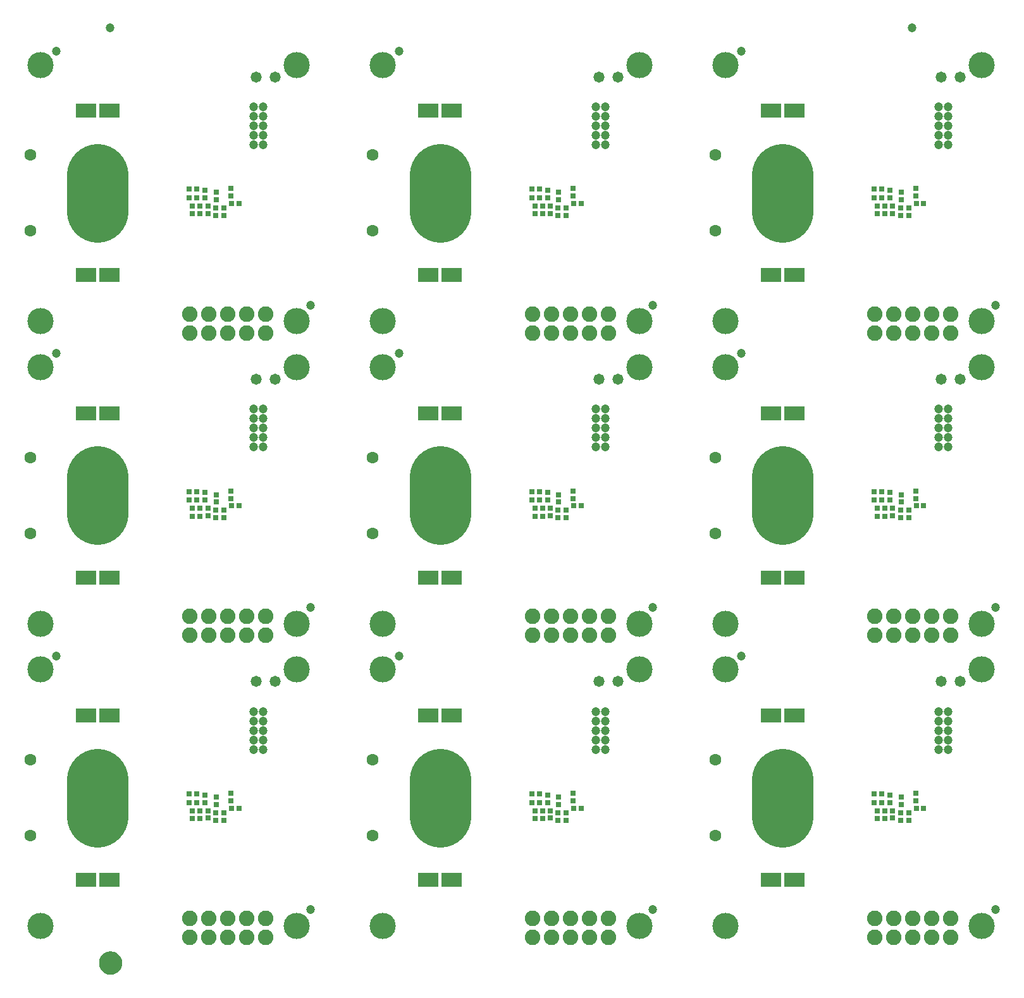
<source format=gbs>
G75*
%MOIN*%
%OFA0B0*%
%FSLAX25Y25*%
%IPPOS*%
%LPD*%
%AMOC8*
5,1,8,0,0,1.08239X$1,22.5*
%
%ADD10C,0.06312*%
%ADD11R,0.03162X0.03162*%
%ADD12C,0.04737*%
%ADD13R,0.10800X0.07800*%
%ADD14C,0.32296*%
%ADD15C,0.13800*%
%ADD16C,0.08200*%
%ADD17C,0.05800*%
%ADD18C,0.05000*%
%ADD19C,0.06706*%
D10*
X0055656Y0087240D03*
X0055656Y0127240D03*
X0055656Y0246720D03*
X0055656Y0286720D03*
X0055656Y0406201D03*
X0055656Y0446201D03*
X0236136Y0446201D03*
X0236136Y0406201D03*
X0236136Y0286720D03*
X0236136Y0246720D03*
X0236136Y0127240D03*
X0236136Y0087240D03*
X0416616Y0087240D03*
X0416616Y0127240D03*
X0416616Y0246720D03*
X0416616Y0286720D03*
X0416616Y0406201D03*
X0416616Y0446201D03*
D11*
X0345978Y0420689D03*
X0342041Y0420689D03*
X0341787Y0424626D03*
X0341787Y0428563D03*
X0334067Y0426601D03*
X0334067Y0422664D03*
X0333774Y0418327D03*
X0333774Y0414390D03*
X0329640Y0415471D03*
X0329640Y0419408D03*
X0325506Y0419311D03*
X0321569Y0419311D03*
X0321569Y0415177D03*
X0325506Y0415177D03*
X0338104Y0414390D03*
X0338104Y0418327D03*
X0328193Y0423732D03*
X0328193Y0427669D03*
X0323831Y0428169D03*
X0319894Y0428169D03*
X0319888Y0423642D03*
X0323825Y0423642D03*
X0165498Y0420689D03*
X0161561Y0420689D03*
X0161307Y0424626D03*
X0161307Y0428563D03*
X0153587Y0426601D03*
X0153587Y0422664D03*
X0153293Y0418327D03*
X0153293Y0414390D03*
X0149159Y0415471D03*
X0149159Y0419408D03*
X0145026Y0419311D03*
X0141089Y0419311D03*
X0141089Y0415177D03*
X0145026Y0415177D03*
X0143344Y0423642D03*
X0139407Y0423642D03*
X0139414Y0428169D03*
X0143351Y0428169D03*
X0147712Y0427669D03*
X0147712Y0423732D03*
X0157624Y0418327D03*
X0157624Y0414390D03*
X0161307Y0269083D03*
X0161307Y0265146D03*
X0161561Y0261209D03*
X0165498Y0261209D03*
X0157624Y0258846D03*
X0157624Y0254909D03*
X0153293Y0254909D03*
X0153293Y0258846D03*
X0149159Y0259928D03*
X0149159Y0255991D03*
X0145026Y0255697D03*
X0141089Y0255697D03*
X0141089Y0259831D03*
X0145026Y0259831D03*
X0143344Y0264161D03*
X0139407Y0264161D03*
X0139414Y0268689D03*
X0143351Y0268689D03*
X0147712Y0268189D03*
X0147712Y0264252D03*
X0153587Y0263183D03*
X0153587Y0267120D03*
X0319894Y0268689D03*
X0323831Y0268689D03*
X0328193Y0268189D03*
X0328193Y0264252D03*
X0323825Y0264161D03*
X0319888Y0264161D03*
X0321569Y0259831D03*
X0325506Y0259831D03*
X0325506Y0255697D03*
X0321569Y0255697D03*
X0329640Y0255991D03*
X0329640Y0259928D03*
X0333774Y0258846D03*
X0333774Y0254909D03*
X0338104Y0254909D03*
X0338104Y0258846D03*
X0342041Y0261209D03*
X0345978Y0261209D03*
X0341787Y0265146D03*
X0341787Y0269083D03*
X0334067Y0267120D03*
X0334067Y0263183D03*
X0500368Y0264161D03*
X0504305Y0264161D03*
X0508673Y0264252D03*
X0508673Y0268189D03*
X0504311Y0268689D03*
X0500374Y0268689D03*
X0502049Y0259831D03*
X0505986Y0259831D03*
X0505986Y0255697D03*
X0502049Y0255697D03*
X0510120Y0255991D03*
X0510120Y0259928D03*
X0514254Y0258846D03*
X0514254Y0254909D03*
X0518585Y0254909D03*
X0518585Y0258846D03*
X0522522Y0261209D03*
X0526459Y0261209D03*
X0522267Y0265146D03*
X0522267Y0269083D03*
X0514548Y0267120D03*
X0514548Y0263183D03*
X0514254Y0414390D03*
X0514254Y0418327D03*
X0510120Y0419408D03*
X0510120Y0415471D03*
X0505986Y0415177D03*
X0502049Y0415177D03*
X0502049Y0419311D03*
X0505986Y0419311D03*
X0504305Y0423642D03*
X0500368Y0423642D03*
X0500374Y0428169D03*
X0504311Y0428169D03*
X0508673Y0427669D03*
X0508673Y0423732D03*
X0514548Y0422664D03*
X0514548Y0426601D03*
X0522267Y0428563D03*
X0522267Y0424626D03*
X0522522Y0420689D03*
X0526459Y0420689D03*
X0518585Y0418327D03*
X0518585Y0414390D03*
X0522267Y0109602D03*
X0522267Y0105665D03*
X0522522Y0101728D03*
X0526459Y0101728D03*
X0518585Y0099366D03*
X0518585Y0095429D03*
X0514254Y0095429D03*
X0514254Y0099366D03*
X0510120Y0100447D03*
X0510120Y0096510D03*
X0505986Y0096217D03*
X0502049Y0096217D03*
X0502049Y0100350D03*
X0505986Y0100350D03*
X0504305Y0104681D03*
X0500368Y0104681D03*
X0500374Y0109209D03*
X0504311Y0109209D03*
X0508673Y0108709D03*
X0508673Y0104772D03*
X0514548Y0103703D03*
X0514548Y0107640D03*
X0345978Y0101728D03*
X0342041Y0101728D03*
X0341787Y0105665D03*
X0341787Y0109602D03*
X0334067Y0107640D03*
X0334067Y0103703D03*
X0333774Y0099366D03*
X0333774Y0095429D03*
X0329640Y0096510D03*
X0329640Y0100447D03*
X0325506Y0100350D03*
X0321569Y0100350D03*
X0321569Y0096217D03*
X0325506Y0096217D03*
X0323825Y0104681D03*
X0319888Y0104681D03*
X0319894Y0109209D03*
X0323831Y0109209D03*
X0328193Y0108709D03*
X0328193Y0104772D03*
X0338104Y0099366D03*
X0338104Y0095429D03*
X0165498Y0101728D03*
X0161561Y0101728D03*
X0161307Y0105665D03*
X0161307Y0109602D03*
X0153587Y0107640D03*
X0153587Y0103703D03*
X0153293Y0099366D03*
X0153293Y0095429D03*
X0149159Y0096510D03*
X0149159Y0100447D03*
X0145026Y0100350D03*
X0141089Y0100350D03*
X0141089Y0096217D03*
X0145026Y0096217D03*
X0143344Y0104681D03*
X0139407Y0104681D03*
X0139414Y0109209D03*
X0143351Y0109209D03*
X0147712Y0108709D03*
X0147712Y0104772D03*
X0157624Y0099366D03*
X0157624Y0095429D03*
D12*
X0173234Y0132673D03*
X0173234Y0137673D03*
X0173234Y0142673D03*
X0173234Y0147673D03*
X0173234Y0152673D03*
X0178234Y0152673D03*
X0178234Y0147673D03*
X0178234Y0142673D03*
X0178234Y0137673D03*
X0178234Y0132673D03*
X0249915Y0182043D03*
X0203293Y0207665D03*
X0178234Y0292154D03*
X0178234Y0297154D03*
X0178234Y0302154D03*
X0178234Y0307154D03*
X0178234Y0312154D03*
X0173234Y0312154D03*
X0173234Y0307154D03*
X0173234Y0302154D03*
X0173234Y0297154D03*
X0173234Y0292154D03*
X0249915Y0341524D03*
X0203293Y0367146D03*
X0178234Y0451634D03*
X0173234Y0451634D03*
X0173234Y0456634D03*
X0173234Y0461634D03*
X0173234Y0466634D03*
X0173234Y0471634D03*
X0178234Y0471634D03*
X0178234Y0466634D03*
X0178234Y0461634D03*
X0178234Y0456634D03*
X0249915Y0501004D03*
X0353715Y0471634D03*
X0358715Y0471634D03*
X0358715Y0466634D03*
X0358715Y0461634D03*
X0358715Y0456634D03*
X0358715Y0451634D03*
X0353715Y0451634D03*
X0353715Y0456634D03*
X0353715Y0461634D03*
X0353715Y0466634D03*
X0430396Y0501004D03*
X0520191Y0513191D03*
X0534195Y0471634D03*
X0539195Y0471634D03*
X0539195Y0466634D03*
X0534195Y0466634D03*
X0534195Y0461634D03*
X0539195Y0461634D03*
X0539195Y0456634D03*
X0534195Y0456634D03*
X0534195Y0451634D03*
X0539195Y0451634D03*
X0564254Y0367146D03*
X0539195Y0312154D03*
X0534195Y0312154D03*
X0534195Y0307154D03*
X0539195Y0307154D03*
X0539195Y0302154D03*
X0534195Y0302154D03*
X0534195Y0297154D03*
X0539195Y0297154D03*
X0539195Y0292154D03*
X0534195Y0292154D03*
X0430396Y0341524D03*
X0383774Y0367146D03*
X0358715Y0312154D03*
X0353715Y0312154D03*
X0353715Y0307154D03*
X0358715Y0307154D03*
X0358715Y0302154D03*
X0353715Y0302154D03*
X0353715Y0297154D03*
X0358715Y0297154D03*
X0358715Y0292154D03*
X0353715Y0292154D03*
X0383774Y0207665D03*
X0430396Y0182043D03*
X0358715Y0152673D03*
X0358715Y0147673D03*
X0358715Y0142673D03*
X0358715Y0137673D03*
X0358715Y0132673D03*
X0353715Y0132673D03*
X0353715Y0137673D03*
X0353715Y0142673D03*
X0353715Y0147673D03*
X0353715Y0152673D03*
X0383774Y0048185D03*
X0534195Y0132673D03*
X0539195Y0132673D03*
X0539195Y0137673D03*
X0534195Y0137673D03*
X0534195Y0142673D03*
X0539195Y0142673D03*
X0539195Y0147673D03*
X0534195Y0147673D03*
X0534195Y0152673D03*
X0539195Y0152673D03*
X0564254Y0207665D03*
X0564254Y0048185D03*
X0203293Y0048185D03*
X0069435Y0182043D03*
X0069435Y0341524D03*
X0069435Y0501004D03*
X0097750Y0513191D03*
D13*
X0097191Y0469508D03*
X0084986Y0469508D03*
X0084986Y0382894D03*
X0097191Y0382894D03*
X0097191Y0310028D03*
X0084986Y0310028D03*
X0084986Y0223413D03*
X0097191Y0223413D03*
X0097191Y0150547D03*
X0084986Y0150547D03*
X0084986Y0063933D03*
X0097191Y0063933D03*
X0265467Y0063933D03*
X0277671Y0063933D03*
X0277671Y0150547D03*
X0265467Y0150547D03*
X0265467Y0223413D03*
X0277671Y0223413D03*
X0277671Y0310028D03*
X0265467Y0310028D03*
X0265467Y0382894D03*
X0277671Y0382894D03*
X0277671Y0469508D03*
X0265467Y0469508D03*
X0445947Y0469508D03*
X0458152Y0469508D03*
X0458152Y0382894D03*
X0445947Y0382894D03*
X0445947Y0310028D03*
X0458152Y0310028D03*
X0458152Y0223413D03*
X0445947Y0223413D03*
X0445947Y0150547D03*
X0458152Y0150547D03*
X0458152Y0063933D03*
X0445947Y0063933D03*
D14*
X0452049Y0097398D02*
X0452049Y0117082D01*
X0271569Y0117082D02*
X0271569Y0097398D01*
X0091089Y0097398D02*
X0091089Y0117082D01*
X0091089Y0256878D02*
X0091089Y0276562D01*
X0271569Y0276562D02*
X0271569Y0256878D01*
X0452049Y0256878D02*
X0452049Y0276562D01*
X0452049Y0416359D02*
X0452049Y0436043D01*
X0271569Y0436043D02*
X0271569Y0416359D01*
X0091089Y0416359D02*
X0091089Y0436043D01*
D15*
X0060886Y0039636D03*
X0196095Y0039636D03*
X0241366Y0039636D03*
X0376575Y0039636D03*
X0421846Y0039636D03*
X0557055Y0039636D03*
X0557055Y0174845D03*
X0557055Y0199116D03*
X0421846Y0199116D03*
X0421846Y0174845D03*
X0376575Y0174845D03*
X0376575Y0199116D03*
X0241366Y0199116D03*
X0241366Y0174845D03*
X0196095Y0174845D03*
X0196095Y0199116D03*
X0060886Y0199116D03*
X0060886Y0174845D03*
X0060886Y0334325D03*
X0060886Y0358596D03*
X0196095Y0358596D03*
X0196095Y0334325D03*
X0241366Y0334325D03*
X0241366Y0358596D03*
X0376575Y0358596D03*
X0376575Y0334325D03*
X0421846Y0334325D03*
X0421846Y0358596D03*
X0557055Y0358596D03*
X0557055Y0334325D03*
X0557055Y0493805D03*
X0421846Y0493805D03*
X0376575Y0493805D03*
X0241366Y0493805D03*
X0196095Y0493805D03*
X0060886Y0493805D03*
D16*
X0139750Y0362461D03*
X0149750Y0362461D03*
X0149750Y0352461D03*
X0139750Y0352461D03*
X0159750Y0352461D03*
X0159750Y0362461D03*
X0169750Y0362461D03*
X0179750Y0362461D03*
X0179750Y0352461D03*
X0169750Y0352461D03*
X0320230Y0352461D03*
X0320230Y0362461D03*
X0330230Y0362461D03*
X0330230Y0352461D03*
X0340230Y0352461D03*
X0340230Y0362461D03*
X0350230Y0362461D03*
X0350230Y0352461D03*
X0360230Y0352461D03*
X0360230Y0362461D03*
X0500711Y0362461D03*
X0510711Y0362461D03*
X0510711Y0352461D03*
X0500711Y0352461D03*
X0520711Y0352461D03*
X0520711Y0362461D03*
X0530711Y0362461D03*
X0530711Y0352461D03*
X0540711Y0352461D03*
X0540711Y0362461D03*
X0540711Y0202980D03*
X0540711Y0192980D03*
X0530711Y0192980D03*
X0520711Y0192980D03*
X0520711Y0202980D03*
X0530711Y0202980D03*
X0510711Y0202980D03*
X0500711Y0202980D03*
X0500711Y0192980D03*
X0510711Y0192980D03*
X0360230Y0192980D03*
X0350230Y0192980D03*
X0340230Y0192980D03*
X0330230Y0192980D03*
X0320230Y0192980D03*
X0320230Y0202980D03*
X0330230Y0202980D03*
X0340230Y0202980D03*
X0350230Y0202980D03*
X0360230Y0202980D03*
X0179750Y0202980D03*
X0169750Y0202980D03*
X0159750Y0202980D03*
X0159750Y0192980D03*
X0169750Y0192980D03*
X0179750Y0192980D03*
X0149750Y0192980D03*
X0139750Y0192980D03*
X0139750Y0202980D03*
X0149750Y0202980D03*
X0149750Y0043500D03*
X0139750Y0043500D03*
X0139750Y0033500D03*
X0149750Y0033500D03*
X0159750Y0033500D03*
X0169750Y0033500D03*
X0179750Y0033500D03*
X0179750Y0043500D03*
X0169750Y0043500D03*
X0159750Y0043500D03*
X0320230Y0043500D03*
X0330230Y0043500D03*
X0330230Y0033500D03*
X0320230Y0033500D03*
X0340230Y0033500D03*
X0350230Y0033500D03*
X0350230Y0043500D03*
X0340230Y0043500D03*
X0360230Y0043500D03*
X0360230Y0033500D03*
X0500711Y0033500D03*
X0510711Y0033500D03*
X0520711Y0033500D03*
X0530711Y0033500D03*
X0540711Y0033500D03*
X0540711Y0043500D03*
X0530711Y0043500D03*
X0520711Y0043500D03*
X0510711Y0043500D03*
X0500711Y0043500D03*
D17*
X0535711Y0168500D03*
X0545711Y0168500D03*
X0365230Y0168500D03*
X0355230Y0168500D03*
X0184750Y0168500D03*
X0174750Y0168500D03*
X0174750Y0327980D03*
X0184750Y0327980D03*
X0355230Y0327980D03*
X0365230Y0327980D03*
X0535711Y0327980D03*
X0545711Y0327980D03*
X0545711Y0487461D03*
X0535711Y0487461D03*
X0365230Y0487461D03*
X0355230Y0487461D03*
X0184750Y0487461D03*
X0174750Y0487461D03*
D18*
X0094185Y0020250D02*
X0094187Y0020369D01*
X0094193Y0020488D01*
X0094203Y0020607D01*
X0094217Y0020725D01*
X0094235Y0020843D01*
X0094256Y0020960D01*
X0094282Y0021076D01*
X0094312Y0021192D01*
X0094345Y0021306D01*
X0094382Y0021419D01*
X0094423Y0021531D01*
X0094468Y0021642D01*
X0094516Y0021751D01*
X0094568Y0021858D01*
X0094624Y0021963D01*
X0094683Y0022067D01*
X0094745Y0022168D01*
X0094811Y0022268D01*
X0094880Y0022365D01*
X0094952Y0022459D01*
X0095028Y0022552D01*
X0095106Y0022641D01*
X0095187Y0022728D01*
X0095272Y0022813D01*
X0095359Y0022894D01*
X0095448Y0022972D01*
X0095541Y0023048D01*
X0095635Y0023120D01*
X0095732Y0023189D01*
X0095832Y0023255D01*
X0095933Y0023317D01*
X0096037Y0023376D01*
X0096142Y0023432D01*
X0096249Y0023484D01*
X0096358Y0023532D01*
X0096469Y0023577D01*
X0096581Y0023618D01*
X0096694Y0023655D01*
X0096808Y0023688D01*
X0096924Y0023718D01*
X0097040Y0023744D01*
X0097157Y0023765D01*
X0097275Y0023783D01*
X0097393Y0023797D01*
X0097512Y0023807D01*
X0097631Y0023813D01*
X0097750Y0023815D01*
X0097869Y0023813D01*
X0097988Y0023807D01*
X0098107Y0023797D01*
X0098225Y0023783D01*
X0098343Y0023765D01*
X0098460Y0023744D01*
X0098576Y0023718D01*
X0098692Y0023688D01*
X0098806Y0023655D01*
X0098919Y0023618D01*
X0099031Y0023577D01*
X0099142Y0023532D01*
X0099251Y0023484D01*
X0099358Y0023432D01*
X0099463Y0023376D01*
X0099567Y0023317D01*
X0099668Y0023255D01*
X0099768Y0023189D01*
X0099865Y0023120D01*
X0099959Y0023048D01*
X0100052Y0022972D01*
X0100141Y0022894D01*
X0100228Y0022813D01*
X0100313Y0022728D01*
X0100394Y0022641D01*
X0100472Y0022552D01*
X0100548Y0022459D01*
X0100620Y0022365D01*
X0100689Y0022268D01*
X0100755Y0022168D01*
X0100817Y0022067D01*
X0100876Y0021963D01*
X0100932Y0021858D01*
X0100984Y0021751D01*
X0101032Y0021642D01*
X0101077Y0021531D01*
X0101118Y0021419D01*
X0101155Y0021306D01*
X0101188Y0021192D01*
X0101218Y0021076D01*
X0101244Y0020960D01*
X0101265Y0020843D01*
X0101283Y0020725D01*
X0101297Y0020607D01*
X0101307Y0020488D01*
X0101313Y0020369D01*
X0101315Y0020250D01*
X0101313Y0020131D01*
X0101307Y0020012D01*
X0101297Y0019893D01*
X0101283Y0019775D01*
X0101265Y0019657D01*
X0101244Y0019540D01*
X0101218Y0019424D01*
X0101188Y0019308D01*
X0101155Y0019194D01*
X0101118Y0019081D01*
X0101077Y0018969D01*
X0101032Y0018858D01*
X0100984Y0018749D01*
X0100932Y0018642D01*
X0100876Y0018537D01*
X0100817Y0018433D01*
X0100755Y0018332D01*
X0100689Y0018232D01*
X0100620Y0018135D01*
X0100548Y0018041D01*
X0100472Y0017948D01*
X0100394Y0017859D01*
X0100313Y0017772D01*
X0100228Y0017687D01*
X0100141Y0017606D01*
X0100052Y0017528D01*
X0099959Y0017452D01*
X0099865Y0017380D01*
X0099768Y0017311D01*
X0099668Y0017245D01*
X0099567Y0017183D01*
X0099463Y0017124D01*
X0099358Y0017068D01*
X0099251Y0017016D01*
X0099142Y0016968D01*
X0099031Y0016923D01*
X0098919Y0016882D01*
X0098806Y0016845D01*
X0098692Y0016812D01*
X0098576Y0016782D01*
X0098460Y0016756D01*
X0098343Y0016735D01*
X0098225Y0016717D01*
X0098107Y0016703D01*
X0097988Y0016693D01*
X0097869Y0016687D01*
X0097750Y0016685D01*
X0097631Y0016687D01*
X0097512Y0016693D01*
X0097393Y0016703D01*
X0097275Y0016717D01*
X0097157Y0016735D01*
X0097040Y0016756D01*
X0096924Y0016782D01*
X0096808Y0016812D01*
X0096694Y0016845D01*
X0096581Y0016882D01*
X0096469Y0016923D01*
X0096358Y0016968D01*
X0096249Y0017016D01*
X0096142Y0017068D01*
X0096037Y0017124D01*
X0095933Y0017183D01*
X0095832Y0017245D01*
X0095732Y0017311D01*
X0095635Y0017380D01*
X0095541Y0017452D01*
X0095448Y0017528D01*
X0095359Y0017606D01*
X0095272Y0017687D01*
X0095187Y0017772D01*
X0095106Y0017859D01*
X0095028Y0017948D01*
X0094952Y0018041D01*
X0094880Y0018135D01*
X0094811Y0018232D01*
X0094745Y0018332D01*
X0094683Y0018433D01*
X0094624Y0018537D01*
X0094568Y0018642D01*
X0094516Y0018749D01*
X0094468Y0018858D01*
X0094423Y0018969D01*
X0094382Y0019081D01*
X0094345Y0019194D01*
X0094312Y0019308D01*
X0094282Y0019424D01*
X0094256Y0019540D01*
X0094235Y0019657D01*
X0094217Y0019775D01*
X0094203Y0019893D01*
X0094193Y0020012D01*
X0094187Y0020131D01*
X0094185Y0020250D01*
D19*
X0097750Y0020250D03*
M02*

</source>
